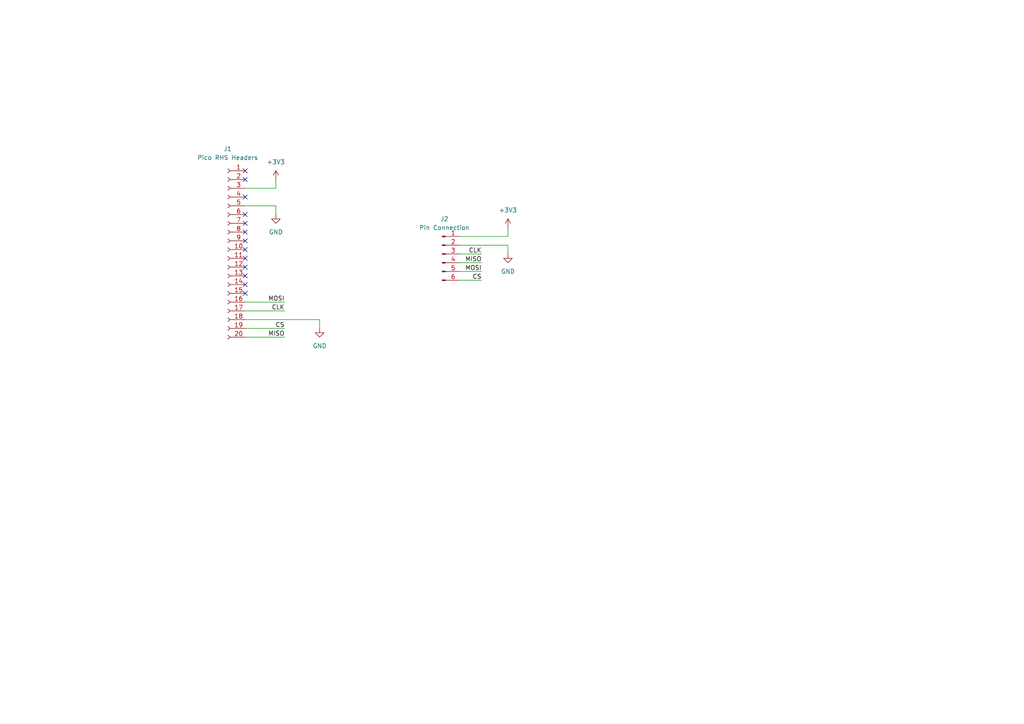
<source format=kicad_sch>
(kicad_sch (version 20230121) (generator eeschema)
  (paper "A4")
  (lib_symbols
    (symbol "Connector:Conn_01x06_Pin" (pin_names (offset 1.016) hide)
      (property "Reference" "J" (at 0 7.62 0))
      (property "Value" "Conn_01x06_Pin" (at 0 -10.16 0))
      (symbol "Conn_01x06_Pin_1_1"
        (polyline (pts (xy 1.27 -7.62) (xy 0.8636 -7.62)) (stroke (width 0.1524)))
        (polyline (pts (xy 1.27 -5.08) (xy 0.8636 -5.08)) (stroke (width 0.1524)))
        (polyline (pts (xy 1.27 -2.54) (xy 0.8636 -2.54)) (stroke (width 0.1524)))
        (polyline (pts (xy 1.27 0) (xy 0.8636 0)) (stroke (width 0.1524)))
        (polyline (pts (xy 1.27 2.54) (xy 0.8636 2.54)) (stroke (width 0.1524)))
        (polyline (pts (xy 1.27 5.08) (xy 0.8636 5.08)) (stroke (width 0.1524)))
        (rectangle (start 0.8636 -7.493) (end 0 -7.747) (stroke (width 0.1524)) (fill (type outline)))
        (rectangle (start 0.8636 -4.953) (end 0 -5.207) (stroke (width 0.1524)) (fill (type outline)))
        (rectangle (start 0.8636 -2.413) (end 0 -2.667) (stroke (width 0.1524)) (fill (type outline)))
        (rectangle (start 0.8636 0.127) (end 0 -0.127) (stroke (width 0.1524)) (fill (type outline)))
        (rectangle (start 0.8636 2.667) (end 0 2.413) (stroke (width 0.1524)) (fill (type outline)))
        (rectangle (start 0.8636 5.207) (end 0 4.953) (stroke (width 0.1524)) (fill (type outline)))
        (pin passive line (at 5.08 5.08 180) (length 3.81) (name "Pin_1") (number "1"))
        (pin passive line (at 5.08 2.54 180) (length 3.81) (name "Pin_2") (number "2"))
        (pin passive line (at 5.08 0 180) (length 3.81) (name "Pin_3") (number "3"))
        (pin passive line (at 5.08 -2.54 180) (length 3.81) (name "Pin_4") (number "4"))
        (pin passive line (at 5.08 -5.08 180) (length 3.81) (name "Pin_5") (number "5"))
        (pin passive line (at 5.08 -7.62 180) (length 3.81) (name "Pin_6") (number "6"))
      )
    )
    (symbol "Connector:Conn_01x20_Socket" (pin_names (offset 1.016) hide)
      (property "Reference" "J" (at 0 25.4 0))
      (property "Value" "Conn_01x20_Socket" (at 0 -27.94 0))
      (symbol "Conn_01x20_Socket_1_1"
        (arc (start 0 -24.892) (mid -0.5058 -25.4) (end 0 -25.908) (stroke (width 0.1524)))
        (arc (start 0 -22.352) (mid -0.5058 -22.86) (end 0 -23.368) (stroke (width 0.1524)))
        (arc (start 0 -19.812) (mid -0.5058 -20.32) (end 0 -20.828) (stroke (width 0.1524)))
        (arc (start 0 -17.272) (mid -0.5058 -17.78) (end 0 -18.288) (stroke (width 0.1524)))
        (arc (start 0 -14.732) (mid -0.5058 -15.24) (end 0 -15.748) (stroke (width 0.1524)))
        (arc (start 0 -12.192) (mid -0.5058 -12.7) (end 0 -13.208) (stroke (width 0.1524)))
        (arc (start 0 -9.652) (mid -0.5058 -10.16) (end 0 -10.668) (stroke (width 0.1524)))
        (arc (start 0 -7.112) (mid -0.5058 -7.62) (end 0 -8.128) (stroke (width 0.1524)))
        (arc (start 0 -4.572) (mid -0.5058 -5.08) (end 0 -5.588) (stroke (width 0.1524)))
        (arc (start 0 -2.032) (mid -0.5058 -2.54) (end 0 -3.048) (stroke (width 0.1524)))
        (polyline (pts (xy -1.27 -25.4) (xy -0.508 -25.4)) (stroke (width 0.1524)))
        (polyline (pts (xy -1.27 -22.86) (xy -0.508 -22.86)) (stroke (width 0.1524)))
        (polyline (pts (xy -1.27 -20.32) (xy -0.508 -20.32)) (stroke (width 0.1524)))
        (polyline (pts (xy -1.27 -17.78) (xy -0.508 -17.78)) (stroke (width 0.1524)))
        (polyline (pts (xy -1.27 -15.24) (xy -0.508 -15.24)) (stroke (width 0.1524)))
        (polyline (pts (xy -1.27 -12.7) (xy -0.508 -12.7)) (stroke (width 0.1524)))
        (polyline (pts (xy -1.27 -10.16) (xy -0.508 -10.16)) (stroke (width 0.1524)))
        (polyline (pts (xy -1.27 -7.62) (xy -0.508 -7.62)) (stroke (width 0.1524)))
        (polyline (pts (xy -1.27 -5.08) (xy -0.508 -5.08)) (stroke (width 0.1524)))
        (polyline (pts (xy -1.27 -2.54) (xy -0.508 -2.54)) (stroke (width 0.1524)))
        (polyline (pts (xy -1.27 0) (xy -0.508 0)) (stroke (width 0.1524)))
        (polyline (pts (xy -1.27 2.54) (xy -0.508 2.54)) (stroke (width 0.1524)))
        (polyline (pts (xy -1.27 5.08) (xy -0.508 5.08)) (stroke (width 0.1524)))
        (polyline (pts (xy -1.27 7.62) (xy -0.508 7.62)) (stroke (width 0.1524)))
        (polyline (pts (xy -1.27 10.16) (xy -0.508 10.16)) (stroke (width 0.1524)))
        (polyline (pts (xy -1.27 12.7) (xy -0.508 12.7)) (stroke (width 0.1524)))
        (polyline (pts (xy -1.27 15.24) (xy -0.508 15.24)) (stroke (width 0.1524)))
        (polyline (pts (xy -1.27 17.78) (xy -0.508 17.78)) (stroke (width 0.1524)))
        (polyline (pts (xy -1.27 20.32) (xy -0.508 20.32)) (stroke (width 0.1524)))
        (polyline (pts (xy -1.27 22.86) (xy -0.508 22.86)) (stroke (width 0.1524)))
        (arc (start 0 0.508) (mid -0.5058 0) (end 0 -0.508) (stroke (width 0.1524)))
        (arc (start 0 3.048) (mid -0.5058 2.54) (end 0 2.032) (stroke (width 0.1524)))
        (arc (start 0 5.588) (mid -0.5058 5.08) (end 0 4.572) (stroke (width 0.1524)))
        (arc (start 0 8.128) (mid -0.5058 7.62) (end 0 7.112) (stroke (width 0.1524)))
        (arc (start 0 10.668) (mid -0.5058 10.16) (end 0 9.652) (stroke (width 0.1524)))
        (arc (start 0 13.208) (mid -0.5058 12.7) (end 0 12.192) (stroke (width 0.1524)))
        (arc (start 0 15.748) (mid -0.5058 15.24) (end 0 14.732) (stroke (width 0.1524)))
        (arc (start 0 18.288) (mid -0.5058 17.78) (end 0 17.272) (stroke (width 0.1524)))
        (arc (start 0 20.828) (mid -0.5058 20.32) (end 0 19.812) (stroke (width 0.1524)))
        (arc (start 0 23.368) (mid -0.5058 22.86) (end 0 22.352) (stroke (width 0.1524)))
        (pin passive line (at -5.08 22.86 0) (length 3.81) (name "Pin_1") (number "1"))
        (pin passive line (at -5.08 0 0) (length 3.81) (name "Pin_10") (number "10"))
        (pin passive line (at -5.08 -2.54 0) (length 3.81) (name "Pin_11") (number "11"))
        (pin passive line (at -5.08 -5.08 0) (length 3.81) (name "Pin_12") (number "12"))
        (pin passive line (at -5.08 -7.62 0) (length 3.81) (name "Pin_13") (number "13"))
        (pin passive line (at -5.08 -10.16 0) (length 3.81) (name "Pin_14") (number "14"))
        (pin passive line (at -5.08 -12.7 0) (length 3.81) (name "Pin_15") (number "15"))
        (pin passive line (at -5.08 -15.24 0) (length 3.81) (name "Pin_16") (number "16"))
        (pin passive line (at -5.08 -17.78 0) (length 3.81) (name "Pin_17") (number "17"))
        (pin passive line (at -5.08 -20.32 0) (length 3.81) (name "Pin_18") (number "18"))
        (pin passive line (at -5.08 -22.86 0) (length 3.81) (name "Pin_19") (number "19"))
        (pin passive line (at -5.08 20.32 0) (length 3.81) (name "Pin_2") (number "2"))
        (pin passive line (at -5.08 -25.4 0) (length 3.81) (name "Pin_20") (number "20"))
        (pin passive line (at -5.08 17.78 0) (length 3.81) (name "Pin_3") (number "3"))
        (pin passive line (at -5.08 15.24 0) (length 3.81) (name "Pin_4") (number "4"))
        (pin passive line (at -5.08 12.7 0) (length 3.81) (name "Pin_5") (number "5"))
        (pin passive line (at -5.08 10.16 0) (length 3.81) (name "Pin_6") (number "6"))
        (pin passive line (at -5.08 7.62 0) (length 3.81) (name "Pin_7") (number "7"))
        (pin passive line (at -5.08 5.08 0) (length 3.81) (name "Pin_8") (number "8"))
        (pin passive line (at -5.08 2.54 0) (length 3.81) (name "Pin_9") (number "9"))
      )
    )
    (symbol "power:+3V3" (power) (pin_names (offset 0))
      (property "Value" "+3V3" (at 0 3.556 0))
      (symbol "+3V3_0_1"
        (polyline (pts (xy -0.762 1.27) (xy 0 2.54)))
        (polyline (pts (xy 0 0) (xy 0 2.54)))
        (polyline (pts (xy 0 2.54) (xy 0.762 1.27)))
      )
      (symbol "+3V3_1_1"
        (pin power_in line (at 0 0 90) (length 0) hide (name "+3V3") (number "1"))
      )
    )
    (symbol "power:GND" (power) (pin_names (offset 0))
      (property "Value" "GND" (at 0 -3.81 0))
      (symbol "GND_0_1"
        (polyline (pts (xy 0 0) (xy 0 -1.27) (xy 1.27 -1.27) (xy 0 -2.54) (xy -1.27 -1.27) (xy 0 -1.27)))
      )
      (symbol "GND_1_1"
        (pin power_in line (at 0 0 270) (length 0) hide (name "GND") (number "1"))
      )
    )
  )
  (no_connect (at 71.12 69.85))
  (no_connect (at 71.12 52.07))
  (no_connect (at 71.12 77.47))
  (no_connect (at 71.12 49.53))
  (no_connect (at 71.12 67.31))
  (no_connect (at 71.12 64.77))
  (no_connect (at 71.12 57.15))
  (no_connect (at 71.12 74.93))
  (no_connect (at 71.12 80.01))
  (no_connect (at 71.12 85.09))
  (no_connect (at 71.12 82.55))
  (no_connect (at 71.12 72.39))
  (no_connect (at 71.12 62.23))
  (wire (pts (xy 71.12 95.25) (xy 82.55 95.25)))
  (wire (pts (xy 133.35 78.74) (xy 139.7 78.74)))
  (wire (pts (xy 71.12 54.61) (xy 80.01 54.61)))
  (wire (pts (xy 133.35 73.66) (xy 139.7 73.66)))
  (wire (pts (xy 147.32 68.58) (xy 147.32 66.04)))
  (wire (pts (xy 133.35 71.12) (xy 147.32 71.12)))
  (wire (pts (xy 80.01 59.69) (xy 80.01 62.23)))
  (wire (pts (xy 71.12 92.71) (xy 92.71 92.71)))
  (wire (pts (xy 92.71 92.71) (xy 92.71 95.25)))
  (wire (pts (xy 71.12 90.17) (xy 82.55 90.17)))
  (wire (pts (xy 71.12 87.63) (xy 82.55 87.63)))
  (wire (pts (xy 80.01 54.61) (xy 80.01 52.07)))
  (wire (pts (xy 147.32 71.12) (xy 147.32 73.66)))
  (wire (pts (xy 133.35 76.2) (xy 139.7 76.2)))
  (wire (pts (xy 71.12 97.79) (xy 82.55 97.79)))
  (wire (pts (xy 71.12 59.69) (xy 80.01 59.69)))
  (wire (pts (xy 133.35 81.28) (xy 139.7 81.28)))
  (wire (pts (xy 133.35 68.58) (xy 147.32 68.58)))
  (label "CLK" (at 139.7 73.66 180))
  (label "MISO" (at 82.55 97.79 180))
  (label "CS" (at 82.55 95.25 180))
  (label "MOSI" (at 139.7 78.74 180))
  (label "MOSI" (at 82.55 87.63 180))
  (label "CLK" (at 82.55 90.17 180))
  (label "CS" (at 139.7 81.28 180))
  (label "MISO" (at 139.7 76.2 180))
  (symbol (lib_id "power:GND") (at 80.01 62.23 0) (unit 1)
    (property "Reference" "#PWR02" (effects hide))
    (property "Value" "GND" (at 80.01 67.31 0))
  )
  (symbol (lib_id "Connector:Conn_01x20_Socket") (at 66.04 72.39 0) (mirror y) (unit 1)
    (property "Reference" "J1" (at 66.04 43.18 0))
    (property "Value" "Pico RHS Headers" (at 66.04 45.72 0))
    (property "Footprint" "Footprints-General:Pico-Wing-Shim-SPI" (effects hide))
  )
  (symbol (lib_id "power:GND") (at 147.32 73.66 0) (unit 1)
    (property "Reference" "#PWR05" (effects hide))
    (property "Value" "GND" (at 147.32 78.74 0))
  )
  (symbol (lib_id "Connector:Conn_01x06_Pin") (at 128.27 73.66 0) (unit 1)
    (property "Reference" "J2" (at 128.905 63.5 0))
    (property "Value" "Pin Connection" (at 128.905 66.04 0))
    (property "Footprint" "Liam-Footprints:6-pin-SMD-R2" (effects hide))
  )
  (symbol (lib_id "power:+3V3") (at 147.32 66.04 0) (unit 1)
    (property "Reference" "#PWR04" (effects hide))
    (property "Value" "+3V3" (at 147.32 60.96 0))
  )
  (symbol (lib_id "power:GND") (at 92.71 95.25 0) (unit 1)
    (property "Reference" "#PWR03" (effects hide))
    (property "Value" "GND" (at 92.71 100.33 0))
  )
  (symbol (lib_id "power:+3V3") (at 80.01 52.07 0) (unit 1)
    (property "Reference" "#PWR01" (effects hide))
    (property "Value" "+3V3" (at 80.01 46.99 0))
  )
)
</source>
